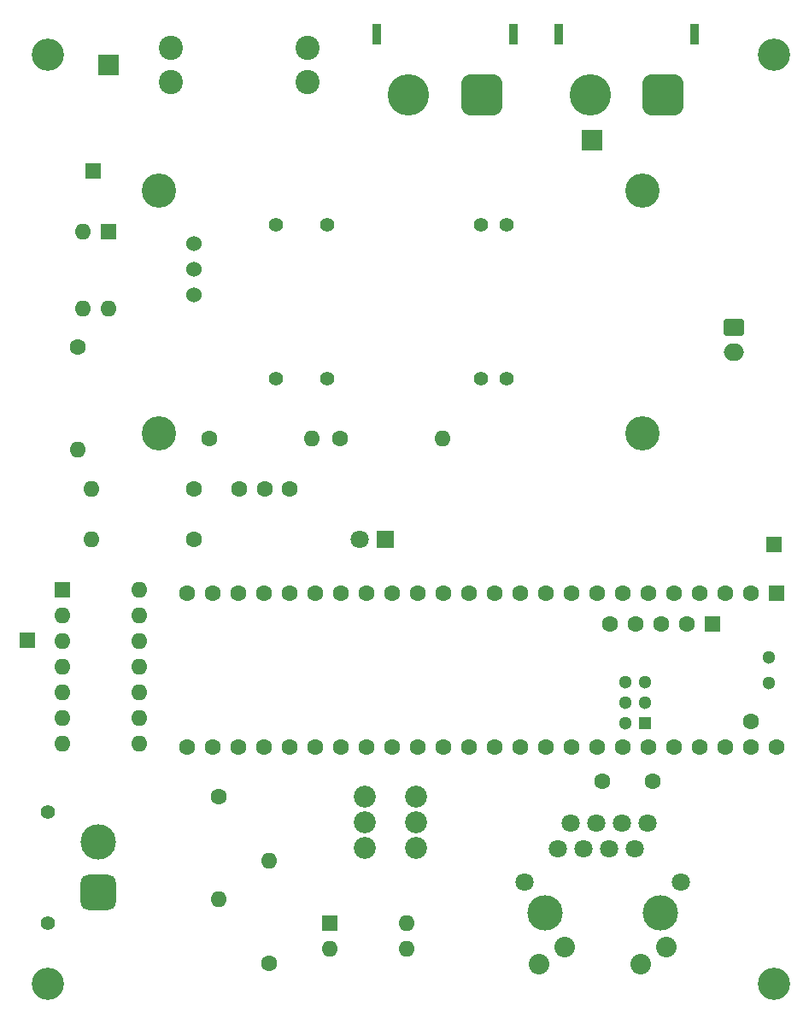
<source format=gbr>
%TF.GenerationSoftware,KiCad,Pcbnew,8.0.8-8.0.8-0~ubuntu22.04.1*%
%TF.CreationDate,2025-03-03T09:59:41+00:00*%
%TF.ProjectId,miniv_motor_controller_board,6d696e69-765f-46d6-9f74-6f725f636f6e,rev?*%
%TF.SameCoordinates,Original*%
%TF.FileFunction,Soldermask,Bot*%
%TF.FilePolarity,Negative*%
%FSLAX46Y46*%
G04 Gerber Fmt 4.6, Leading zero omitted, Abs format (unit mm)*
G04 Created by KiCad (PCBNEW 8.0.8-8.0.8-0~ubuntu22.04.1) date 2025-03-03 09:59:41*
%MOMM*%
%LPD*%
G01*
G04 APERTURE LIST*
G04 Aperture macros list*
%AMRoundRect*
0 Rectangle with rounded corners*
0 $1 Rounding radius*
0 $2 $3 $4 $5 $6 $7 $8 $9 X,Y pos of 4 corners*
0 Add a 4 corners polygon primitive as box body*
4,1,4,$2,$3,$4,$5,$6,$7,$8,$9,$2,$3,0*
0 Add four circle primitives for the rounded corners*
1,1,$1+$1,$2,$3*
1,1,$1+$1,$4,$5*
1,1,$1+$1,$6,$7*
1,1,$1+$1,$8,$9*
0 Add four rect primitives between the rounded corners*
20,1,$1+$1,$2,$3,$4,$5,0*
20,1,$1+$1,$4,$5,$6,$7,0*
20,1,$1+$1,$6,$7,$8,$9,0*
20,1,$1+$1,$8,$9,$2,$3,0*%
G04 Aperture macros list end*
%ADD10C,1.600000*%
%ADD11O,1.600000X1.600000*%
%ADD12RoundRect,0.250000X-0.750000X0.600000X-0.750000X-0.600000X0.750000X-0.600000X0.750000X0.600000X0*%
%ADD13O,2.000000X1.700000*%
%ADD14RoundRect,0.250000X-0.550000X-0.550000X0.550000X-0.550000X0.550000X0.550000X-0.550000X0.550000X0*%
%ADD15R,1.600000X1.600000*%
%ADD16R,0.900000X2.000000*%
%ADD17RoundRect,1.025000X-1.025000X-1.025000X1.025000X-1.025000X1.025000X1.025000X-1.025000X1.025000X0*%
%ADD18C,4.100000*%
%ADD19C,3.200000*%
%ADD20R,1.300000X1.300000*%
%ADD21C,1.300000*%
%ADD22C,1.400000*%
%ADD23RoundRect,0.770000X0.980000X-0.980000X0.980000X0.980000X-0.980000X0.980000X-0.980000X-0.980000X0*%
%ADD24C,3.500000*%
%ADD25RoundRect,0.250001X-0.799999X-0.799999X0.799999X-0.799999X0.799999X0.799999X-0.799999X0.799999X0*%
%ADD26C,2.180000*%
%ADD27C,1.800000*%
%ADD28C,2.040000*%
%ADD29C,1.524000*%
%ADD30C,2.400000*%
%ADD31C,3.400000*%
%ADD32R,1.800000X1.800000*%
G04 APERTURE END LIST*
D10*
%TO.C,R5*%
X68000000Y-144000000D03*
D11*
X68000000Y-133840000D03*
%TD*%
D12*
%TO.C,J4*%
X114000000Y-81000000D03*
D13*
X114000000Y-83500000D03*
%TD*%
D14*
%TO.C,JP4*%
X44000000Y-112000000D03*
%TD*%
D15*
%TO.C,U2*%
X74000000Y-140000000D03*
D11*
X74000000Y-142540000D03*
X81620000Y-142540000D03*
X81620000Y-140000000D03*
%TD*%
D16*
%TO.C,J2*%
X78650000Y-52000000D03*
X92150000Y-52000000D03*
D17*
X89000000Y-58000000D03*
D18*
X81800000Y-58000000D03*
%TD*%
D19*
%TO.C,H3*%
X118000000Y-54000000D03*
%TD*%
D14*
%TO.C,JP6*%
X50500000Y-65500000D03*
%TD*%
D19*
%TO.C,H1*%
X46000000Y-146000000D03*
%TD*%
D15*
%TO.C,U1*%
X118210000Y-107380000D03*
D10*
X115670000Y-107380000D03*
X113130000Y-107380000D03*
X110590000Y-107380000D03*
X108050000Y-107380000D03*
X105510000Y-107380000D03*
X102970000Y-107380000D03*
X100430000Y-107380000D03*
X97890000Y-107380000D03*
X95350000Y-107380000D03*
X92810000Y-107380000D03*
X90270000Y-107380000D03*
X87730000Y-107380000D03*
X85190000Y-107380000D03*
X82650000Y-107380000D03*
X80110000Y-107380000D03*
X77570000Y-107380000D03*
X75030000Y-107380000D03*
X72490000Y-107380000D03*
X69950000Y-107380000D03*
X67410000Y-107380000D03*
X64870000Y-107380000D03*
X62330000Y-107380000D03*
X59790000Y-107380000D03*
X59790000Y-122620000D03*
X62330000Y-122620000D03*
X64870000Y-122620000D03*
X67410000Y-122620000D03*
X69950000Y-122620000D03*
X72490000Y-122620000D03*
X75030000Y-122620000D03*
X77570000Y-122620000D03*
X80110000Y-122620000D03*
X82650000Y-122620000D03*
X85190000Y-122620000D03*
X87730000Y-122620000D03*
X90270000Y-122620000D03*
X92810000Y-122620000D03*
X95350000Y-122620000D03*
X97890000Y-122620000D03*
X100430000Y-122620000D03*
X102970000Y-122620000D03*
X105510000Y-122620000D03*
X108050000Y-122620000D03*
X110590000Y-122620000D03*
X113130000Y-122620000D03*
X115670000Y-122620000D03*
X118210000Y-122620000D03*
X115670000Y-120080000D03*
D15*
X111910800Y-110430800D03*
D10*
X109370800Y-110430800D03*
X106830800Y-110430800D03*
X104290800Y-110430800D03*
X101750800Y-110430800D03*
D20*
X105240000Y-120181600D03*
D21*
X105240000Y-118181600D03*
X105240000Y-116181600D03*
X103240000Y-116181600D03*
X103240000Y-118181600D03*
X103240000Y-120181600D03*
X117480000Y-116270000D03*
X117480000Y-113730000D03*
%TD*%
D22*
%TO.C,J3*%
X46000000Y-140000000D03*
X46000000Y-129000000D03*
D23*
X51000000Y-137000000D03*
D24*
X51000000Y-132000000D03*
%TD*%
D10*
%TO.C,R1*%
X60500000Y-97000000D03*
D11*
X50340000Y-97000000D03*
%TD*%
D16*
%TO.C,J1*%
X96650000Y-52000000D03*
X110150000Y-52000000D03*
D17*
X107000000Y-58000000D03*
D18*
X99800000Y-58000000D03*
%TD*%
D25*
%TO.C,JP7*%
X100000000Y-62500000D03*
%TD*%
D19*
%TO.C,H4*%
X118000000Y-146000000D03*
%TD*%
D15*
%TO.C,U6*%
X47500000Y-107000000D03*
D11*
X47500000Y-109540000D03*
X47500000Y-112080000D03*
X47500000Y-114620000D03*
X47500000Y-117160000D03*
X47500000Y-119700000D03*
X47500000Y-122240000D03*
X55120000Y-122240000D03*
X55120000Y-119700000D03*
X55120000Y-117160000D03*
X55120000Y-114620000D03*
X55120000Y-112080000D03*
X55120000Y-109540000D03*
X55120000Y-107000000D03*
%TD*%
D26*
%TO.C,SW1*%
X82540000Y-127460000D03*
X82540000Y-130000000D03*
X82540000Y-132540000D03*
X77460000Y-127460000D03*
X77460000Y-130000000D03*
X77460000Y-132540000D03*
%TD*%
D27*
%TO.C,U5*%
X93250000Y-135950000D03*
D24*
X95285000Y-139000000D03*
X106715000Y-139000000D03*
D27*
X108750000Y-135950000D03*
X96555000Y-132650000D03*
X97825000Y-130110000D03*
X99095000Y-132650000D03*
X100365000Y-130110000D03*
X101635000Y-132650000D03*
X102905000Y-130110000D03*
X104175000Y-132650000D03*
X105445000Y-130110000D03*
D28*
X94675000Y-144080000D03*
X97215000Y-142380000D03*
X104785000Y-144080000D03*
X107325000Y-142380000D03*
%TD*%
D29*
%TO.C,M78AR05-1*%
X60500000Y-72710000D03*
X60500000Y-75250000D03*
X60516000Y-77790000D03*
%TD*%
D30*
%TO.C,F1*%
X71735000Y-56700000D03*
X71735000Y-53300000D03*
X58265000Y-56700000D03*
X58265000Y-53300000D03*
%TD*%
D10*
%TO.C,R2*%
X49000000Y-83000000D03*
D11*
X49000000Y-93160000D03*
%TD*%
D14*
%TO.C,JP5*%
X118000000Y-102500000D03*
%TD*%
D31*
%TO.C,U4*%
X105000000Y-91500000D03*
X105000000Y-67500000D03*
X57000000Y-91500000D03*
X57000000Y-67500000D03*
%TD*%
D15*
%TO.C,U3*%
X52000000Y-71500000D03*
D11*
X49460000Y-71500000D03*
X49460000Y-79120000D03*
X52000000Y-79120000D03*
%TD*%
D25*
%TO.C,JP2*%
X52000000Y-55000000D03*
%TD*%
D10*
%TO.C,SW2*%
X65000000Y-97000000D03*
X67500000Y-97000000D03*
X70000000Y-97000000D03*
%TD*%
%TO.C,R8*%
X75000000Y-92000000D03*
D11*
X85160000Y-92000000D03*
%TD*%
D22*
%TO.C,U7*%
X73680000Y-86110000D03*
X91460000Y-86110000D03*
X88920000Y-86110000D03*
X68600000Y-86110000D03*
X68600000Y-70890000D03*
X73680000Y-70890000D03*
X88920000Y-70890000D03*
X91460000Y-70890000D03*
%TD*%
D10*
%TO.C,R6*%
X63000000Y-127500000D03*
D11*
X63000000Y-137660000D03*
%TD*%
D32*
%TO.C,D2*%
X79500000Y-102000000D03*
D27*
X76960000Y-102000000D03*
%TD*%
D19*
%TO.C,H2*%
X46000000Y-54000000D03*
%TD*%
D10*
%TO.C,R7*%
X62000000Y-92000000D03*
D11*
X72160000Y-92000000D03*
%TD*%
D10*
%TO.C,C1*%
X106000000Y-126000000D03*
X101000000Y-126000000D03*
%TD*%
%TO.C,R4*%
X60500000Y-102000000D03*
D11*
X50340000Y-102000000D03*
%TD*%
M02*

</source>
